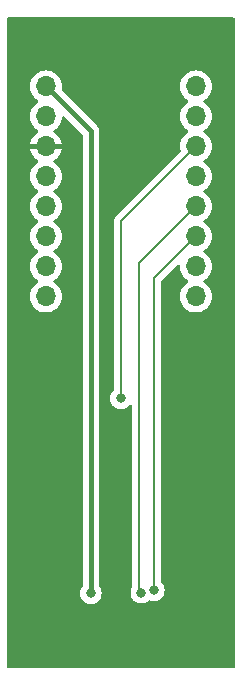
<source format=gbl>
G04 #@! TF.GenerationSoftware,KiCad,Pcbnew,7.0.7*
G04 #@! TF.CreationDate,2023-11-09T12:01:33-05:00*
G04 #@! TF.ProjectId,programmer,70726f67-7261-46d6-9d65-722e6b696361,rev?*
G04 #@! TF.SameCoordinates,Original*
G04 #@! TF.FileFunction,Copper,L2,Bot*
G04 #@! TF.FilePolarity,Positive*
%FSLAX46Y46*%
G04 Gerber Fmt 4.6, Leading zero omitted, Abs format (unit mm)*
G04 Created by KiCad (PCBNEW 7.0.7) date 2023-11-09 12:01:33*
%MOMM*%
%LPD*%
G01*
G04 APERTURE LIST*
G04 #@! TA.AperFunction,ComponentPad*
%ADD10O,1.700000X1.700000*%
G04 #@! TD*
G04 #@! TA.AperFunction,ViaPad*
%ADD11C,0.800000*%
G04 #@! TD*
G04 #@! TA.AperFunction,Conductor*
%ADD12C,0.400000*%
G04 #@! TD*
G04 #@! TA.AperFunction,Conductor*
%ADD13C,0.200000*%
G04 #@! TD*
G04 APERTURE END LIST*
D10*
X120142000Y-44704000D03*
X120142000Y-47244000D03*
X120142000Y-49784000D03*
X120142000Y-52324000D03*
X120142000Y-54864000D03*
X120142000Y-57404000D03*
X120142000Y-59944000D03*
X120142000Y-62484000D03*
X132842000Y-62484000D03*
X132842000Y-59944000D03*
X132842000Y-57404000D03*
X132842000Y-54864000D03*
X132842000Y-52324000D03*
X132842000Y-49784000D03*
X132842000Y-47244000D03*
X132842000Y-44704000D03*
D11*
X123952000Y-87630000D03*
X124968000Y-90678000D03*
X118618000Y-86614000D03*
X134366000Y-86614000D03*
X128212049Y-87572049D03*
X129286000Y-87376000D03*
X126492000Y-71120000D03*
D12*
X123952000Y-48514000D02*
X123952000Y-87630000D01*
X120142000Y-44704000D02*
X123952000Y-48514000D01*
D13*
X128016000Y-87376000D02*
X128212049Y-87572049D01*
X132842000Y-54864000D02*
X128016000Y-59690000D01*
X128016000Y-59690000D02*
X128016000Y-87376000D01*
X129286000Y-87376000D02*
X129286000Y-60960000D01*
X129286000Y-60960000D02*
X132842000Y-57404000D01*
X126492000Y-71120000D02*
X126492000Y-56134000D01*
X126492000Y-56134000D02*
X132842000Y-49784000D01*
G04 #@! TA.AperFunction,Conductor*
G36*
X136086539Y-38882185D02*
G01*
X136132294Y-38934989D01*
X136143500Y-38986500D01*
X136143500Y-93855500D01*
X136123815Y-93922539D01*
X136071011Y-93968294D01*
X136019500Y-93979500D01*
X116964500Y-93979500D01*
X116897461Y-93959815D01*
X116851706Y-93907011D01*
X116840500Y-93855500D01*
X116840500Y-62484000D01*
X118786341Y-62484000D01*
X118806936Y-62719403D01*
X118806938Y-62719413D01*
X118868094Y-62947655D01*
X118868096Y-62947659D01*
X118868097Y-62947663D01*
X118967965Y-63161829D01*
X118967965Y-63161830D01*
X118967967Y-63161834D01*
X119076281Y-63316521D01*
X119103505Y-63355401D01*
X119270599Y-63522495D01*
X119367384Y-63590264D01*
X119464165Y-63658032D01*
X119464167Y-63658033D01*
X119464170Y-63658035D01*
X119678337Y-63757903D01*
X119906592Y-63819063D01*
X120094918Y-63835539D01*
X120141999Y-63839659D01*
X120142000Y-63839659D01*
X120142001Y-63839659D01*
X120181234Y-63836226D01*
X120377408Y-63819063D01*
X120605663Y-63757903D01*
X120819830Y-63658035D01*
X121013401Y-63522495D01*
X121180495Y-63355401D01*
X121316035Y-63161830D01*
X121415903Y-62947663D01*
X121477063Y-62719408D01*
X121497659Y-62484000D01*
X121477063Y-62248592D01*
X121415903Y-62020337D01*
X121316035Y-61806171D01*
X121180495Y-61612599D01*
X121180494Y-61612597D01*
X121013402Y-61445506D01*
X121013396Y-61445501D01*
X120827842Y-61315575D01*
X120784217Y-61260998D01*
X120777023Y-61191500D01*
X120808546Y-61129145D01*
X120827842Y-61112425D01*
X120850026Y-61096891D01*
X121013401Y-60982495D01*
X121180495Y-60815401D01*
X121316035Y-60621830D01*
X121415903Y-60407663D01*
X121477063Y-60179408D01*
X121497659Y-59944000D01*
X121477063Y-59708592D01*
X121415903Y-59480337D01*
X121316035Y-59266171D01*
X121293977Y-59234668D01*
X121180494Y-59072597D01*
X121013402Y-58905506D01*
X121013396Y-58905501D01*
X120827842Y-58775575D01*
X120784217Y-58720998D01*
X120777023Y-58651500D01*
X120808546Y-58589145D01*
X120827842Y-58572425D01*
X120850026Y-58556891D01*
X121013401Y-58442495D01*
X121180495Y-58275401D01*
X121316035Y-58081830D01*
X121415903Y-57867663D01*
X121477063Y-57639408D01*
X121497659Y-57404000D01*
X121477063Y-57168592D01*
X121415903Y-56940337D01*
X121316035Y-56726171D01*
X121180495Y-56532599D01*
X121180494Y-56532597D01*
X121013402Y-56365506D01*
X121013396Y-56365501D01*
X120827842Y-56235575D01*
X120784217Y-56180998D01*
X120777023Y-56111500D01*
X120808546Y-56049145D01*
X120827842Y-56032425D01*
X120850026Y-56016891D01*
X121013401Y-55902495D01*
X121180495Y-55735401D01*
X121316035Y-55541830D01*
X121415903Y-55327663D01*
X121477063Y-55099408D01*
X121497659Y-54864000D01*
X121477063Y-54628592D01*
X121415903Y-54400337D01*
X121316035Y-54186171D01*
X121180495Y-53992599D01*
X121180494Y-53992597D01*
X121013402Y-53825506D01*
X121013396Y-53825501D01*
X120827842Y-53695575D01*
X120784217Y-53640998D01*
X120777023Y-53571500D01*
X120808546Y-53509145D01*
X120827842Y-53492425D01*
X120850026Y-53476891D01*
X121013401Y-53362495D01*
X121180495Y-53195401D01*
X121316035Y-53001830D01*
X121415903Y-52787663D01*
X121477063Y-52559408D01*
X121497659Y-52324000D01*
X121477063Y-52088592D01*
X121415903Y-51860337D01*
X121316035Y-51646171D01*
X121180495Y-51452599D01*
X121180494Y-51452597D01*
X121013402Y-51285506D01*
X121013401Y-51285505D01*
X120827405Y-51155269D01*
X120783781Y-51100692D01*
X120776588Y-51031193D01*
X120808110Y-50968839D01*
X120827405Y-50952119D01*
X121013082Y-50822105D01*
X121180105Y-50655082D01*
X121315600Y-50461578D01*
X121415429Y-50247492D01*
X121415432Y-50247486D01*
X121472636Y-50034000D01*
X120755347Y-50034000D01*
X120688308Y-50014315D01*
X120642553Y-49961511D01*
X120632609Y-49892353D01*
X120636369Y-49875067D01*
X120642000Y-49855888D01*
X120642000Y-49712111D01*
X120636369Y-49692933D01*
X120636370Y-49623064D01*
X120674145Y-49564286D01*
X120737701Y-49535262D01*
X120755347Y-49534000D01*
X121472636Y-49534000D01*
X121472635Y-49533999D01*
X121415432Y-49320513D01*
X121415429Y-49320507D01*
X121315600Y-49106422D01*
X121315599Y-49106420D01*
X121180113Y-48912926D01*
X121180108Y-48912920D01*
X121013078Y-48745890D01*
X120827405Y-48615879D01*
X120783780Y-48561302D01*
X120776588Y-48491804D01*
X120808110Y-48429449D01*
X120827406Y-48412730D01*
X120836055Y-48406674D01*
X121013401Y-48282495D01*
X121180495Y-48115401D01*
X121316035Y-47921830D01*
X121415903Y-47707663D01*
X121477063Y-47479408D01*
X121490064Y-47330802D01*
X121515516Y-47265735D01*
X121572107Y-47224756D01*
X121641869Y-47220878D01*
X121701273Y-47253930D01*
X123215181Y-48767838D01*
X123248666Y-48829161D01*
X123251500Y-48855519D01*
X123251500Y-87014608D01*
X123231815Y-87081647D01*
X123219656Y-87097574D01*
X123219468Y-87097782D01*
X123219464Y-87097787D01*
X123124821Y-87261715D01*
X123124818Y-87261722D01*
X123066327Y-87441740D01*
X123066326Y-87441744D01*
X123046540Y-87630000D01*
X123066326Y-87818256D01*
X123066327Y-87818259D01*
X123124818Y-87998277D01*
X123124821Y-87998284D01*
X123219467Y-88162216D01*
X123322369Y-88276500D01*
X123346129Y-88302888D01*
X123499265Y-88414148D01*
X123499270Y-88414151D01*
X123672192Y-88491142D01*
X123672197Y-88491144D01*
X123857354Y-88530500D01*
X123857355Y-88530500D01*
X124046644Y-88530500D01*
X124046646Y-88530500D01*
X124231803Y-88491144D01*
X124404730Y-88414151D01*
X124557871Y-88302888D01*
X124684533Y-88162216D01*
X124779179Y-87998284D01*
X124837674Y-87818256D01*
X124857460Y-87630000D01*
X124837674Y-87441744D01*
X124779179Y-87261716D01*
X124684533Y-87097784D01*
X124684342Y-87097572D01*
X124684271Y-87097423D01*
X124680715Y-87092529D01*
X124681610Y-87091878D01*
X124654118Y-87034579D01*
X124652499Y-87014607D01*
X124652499Y-71120000D01*
X125586540Y-71120000D01*
X125606326Y-71308256D01*
X125606327Y-71308259D01*
X125664818Y-71488277D01*
X125664821Y-71488284D01*
X125759467Y-71652216D01*
X125845576Y-71747849D01*
X125886129Y-71792888D01*
X126039265Y-71904148D01*
X126039270Y-71904151D01*
X126212192Y-71981142D01*
X126212197Y-71981144D01*
X126397354Y-72020500D01*
X126397355Y-72020500D01*
X126586644Y-72020500D01*
X126586646Y-72020500D01*
X126771803Y-71981144D01*
X126944730Y-71904151D01*
X127097871Y-71792888D01*
X127199350Y-71680183D01*
X127258837Y-71643535D01*
X127328694Y-71644866D01*
X127386742Y-71683752D01*
X127414552Y-71747849D01*
X127415500Y-71763156D01*
X127415500Y-87117486D01*
X127398888Y-87179484D01*
X127384871Y-87203762D01*
X127384867Y-87203771D01*
X127328907Y-87375999D01*
X127326375Y-87383793D01*
X127306589Y-87572049D01*
X127326375Y-87760305D01*
X127326376Y-87760308D01*
X127384867Y-87940326D01*
X127384870Y-87940333D01*
X127479516Y-88104265D01*
X127547290Y-88179535D01*
X127606178Y-88244937D01*
X127759314Y-88356197D01*
X127759319Y-88356200D01*
X127932241Y-88433191D01*
X127932246Y-88433193D01*
X128117403Y-88472549D01*
X128117404Y-88472549D01*
X128306693Y-88472549D01*
X128306695Y-88472549D01*
X128491852Y-88433193D01*
X128664779Y-88356200D01*
X128817920Y-88244937D01*
X128817923Y-88244932D01*
X128822750Y-88240588D01*
X128823948Y-88241918D01*
X128875984Y-88209845D01*
X128945841Y-88211159D01*
X128959101Y-88216175D01*
X129006197Y-88237144D01*
X129191354Y-88276500D01*
X129191355Y-88276500D01*
X129380644Y-88276500D01*
X129380646Y-88276500D01*
X129565803Y-88237144D01*
X129738730Y-88160151D01*
X129891871Y-88048888D01*
X130018533Y-87908216D01*
X130113179Y-87744284D01*
X130171674Y-87564256D01*
X130191460Y-87376000D01*
X130171674Y-87187744D01*
X130113179Y-87007716D01*
X130018533Y-86843784D01*
X129963628Y-86782806D01*
X129918350Y-86732519D01*
X129888120Y-86669527D01*
X129886500Y-86649547D01*
X129886500Y-61260096D01*
X129906185Y-61193057D01*
X129922814Y-61172420D01*
X131277568Y-59817665D01*
X131338891Y-59784181D01*
X131408583Y-59789165D01*
X131464516Y-59831037D01*
X131488933Y-59896501D01*
X131488777Y-59916154D01*
X131486341Y-59943997D01*
X131486341Y-59944000D01*
X131506936Y-60179403D01*
X131506938Y-60179413D01*
X131568094Y-60407655D01*
X131568096Y-60407659D01*
X131568097Y-60407663D01*
X131625945Y-60531718D01*
X131667965Y-60621830D01*
X131667967Y-60621834D01*
X131776281Y-60776521D01*
X131794988Y-60803238D01*
X131803501Y-60815395D01*
X131803506Y-60815402D01*
X131970597Y-60982493D01*
X131970603Y-60982498D01*
X132156158Y-61112425D01*
X132199783Y-61167002D01*
X132206977Y-61236500D01*
X132175454Y-61298855D01*
X132156158Y-61315575D01*
X131970597Y-61445505D01*
X131803505Y-61612597D01*
X131667965Y-61806169D01*
X131667964Y-61806171D01*
X131568098Y-62020335D01*
X131568094Y-62020344D01*
X131506938Y-62248586D01*
X131506936Y-62248596D01*
X131486341Y-62483999D01*
X131486341Y-62484000D01*
X131506936Y-62719403D01*
X131506938Y-62719413D01*
X131568094Y-62947655D01*
X131568096Y-62947659D01*
X131568097Y-62947663D01*
X131667965Y-63161830D01*
X131667967Y-63161834D01*
X131776281Y-63316521D01*
X131803505Y-63355401D01*
X131970599Y-63522495D01*
X132067384Y-63590264D01*
X132164165Y-63658032D01*
X132164167Y-63658033D01*
X132164170Y-63658035D01*
X132378337Y-63757903D01*
X132606592Y-63819063D01*
X132794918Y-63835539D01*
X132841999Y-63839659D01*
X132842000Y-63839659D01*
X132842001Y-63839659D01*
X132881234Y-63836226D01*
X133077408Y-63819063D01*
X133305663Y-63757903D01*
X133519830Y-63658035D01*
X133713401Y-63522495D01*
X133880495Y-63355401D01*
X134016035Y-63161830D01*
X134115903Y-62947663D01*
X134177063Y-62719408D01*
X134197659Y-62484000D01*
X134177063Y-62248592D01*
X134115903Y-62020337D01*
X134016035Y-61806171D01*
X133880495Y-61612599D01*
X133880494Y-61612597D01*
X133713402Y-61445506D01*
X133713396Y-61445501D01*
X133527842Y-61315575D01*
X133484217Y-61260998D01*
X133477023Y-61191500D01*
X133508546Y-61129145D01*
X133527842Y-61112425D01*
X133550026Y-61096891D01*
X133713401Y-60982495D01*
X133880495Y-60815401D01*
X134016035Y-60621830D01*
X134115903Y-60407663D01*
X134177063Y-60179408D01*
X134197659Y-59944000D01*
X134177063Y-59708592D01*
X134115903Y-59480337D01*
X134016035Y-59266171D01*
X133993977Y-59234668D01*
X133880494Y-59072597D01*
X133713402Y-58905506D01*
X133713396Y-58905501D01*
X133527842Y-58775575D01*
X133484217Y-58720998D01*
X133477023Y-58651500D01*
X133508546Y-58589145D01*
X133527842Y-58572425D01*
X133550026Y-58556891D01*
X133713401Y-58442495D01*
X133880495Y-58275401D01*
X134016035Y-58081830D01*
X134115903Y-57867663D01*
X134177063Y-57639408D01*
X134197659Y-57404000D01*
X134177063Y-57168592D01*
X134115903Y-56940337D01*
X134016035Y-56726171D01*
X133880495Y-56532599D01*
X133880494Y-56532597D01*
X133713402Y-56365506D01*
X133713396Y-56365501D01*
X133527842Y-56235575D01*
X133484217Y-56180998D01*
X133477023Y-56111500D01*
X133508546Y-56049145D01*
X133527842Y-56032425D01*
X133550026Y-56016891D01*
X133713401Y-55902495D01*
X133880495Y-55735401D01*
X134016035Y-55541830D01*
X134115903Y-55327663D01*
X134177063Y-55099408D01*
X134197659Y-54864000D01*
X134177063Y-54628592D01*
X134115903Y-54400337D01*
X134016035Y-54186171D01*
X133880495Y-53992599D01*
X133880494Y-53992597D01*
X133713402Y-53825506D01*
X133713396Y-53825501D01*
X133527842Y-53695575D01*
X133484217Y-53640998D01*
X133477023Y-53571500D01*
X133508546Y-53509145D01*
X133527842Y-53492425D01*
X133550026Y-53476891D01*
X133713401Y-53362495D01*
X133880495Y-53195401D01*
X134016035Y-53001830D01*
X134115903Y-52787663D01*
X134177063Y-52559408D01*
X134197659Y-52324000D01*
X134177063Y-52088592D01*
X134115903Y-51860337D01*
X134016035Y-51646171D01*
X133880495Y-51452599D01*
X133880494Y-51452597D01*
X133713402Y-51285506D01*
X133713396Y-51285501D01*
X133527842Y-51155575D01*
X133484217Y-51100998D01*
X133477023Y-51031500D01*
X133508546Y-50969145D01*
X133527842Y-50952425D01*
X133550026Y-50936891D01*
X133713401Y-50822495D01*
X133880495Y-50655401D01*
X134016035Y-50461830D01*
X134115903Y-50247663D01*
X134177063Y-50019408D01*
X134197659Y-49784000D01*
X134177063Y-49548592D01*
X134115903Y-49320337D01*
X134016035Y-49106171D01*
X133880495Y-48912599D01*
X133880494Y-48912597D01*
X133713402Y-48745506D01*
X133713396Y-48745501D01*
X133527842Y-48615575D01*
X133484217Y-48560998D01*
X133477023Y-48491500D01*
X133508546Y-48429145D01*
X133527842Y-48412425D01*
X133652522Y-48325123D01*
X133713401Y-48282495D01*
X133880495Y-48115401D01*
X134016035Y-47921830D01*
X134115903Y-47707663D01*
X134177063Y-47479408D01*
X134197659Y-47244000D01*
X134177063Y-47008592D01*
X134115903Y-46780337D01*
X134016035Y-46566171D01*
X133880495Y-46372599D01*
X133880494Y-46372597D01*
X133713402Y-46205506D01*
X133713396Y-46205501D01*
X133527842Y-46075575D01*
X133484217Y-46020998D01*
X133477023Y-45951500D01*
X133508546Y-45889145D01*
X133527842Y-45872425D01*
X133550026Y-45856891D01*
X133713401Y-45742495D01*
X133880495Y-45575401D01*
X134016035Y-45381830D01*
X134115903Y-45167663D01*
X134177063Y-44939408D01*
X134197659Y-44704000D01*
X134177063Y-44468592D01*
X134115903Y-44240337D01*
X134016035Y-44026171D01*
X133880495Y-43832599D01*
X133880494Y-43832597D01*
X133713402Y-43665506D01*
X133713395Y-43665501D01*
X133519834Y-43529967D01*
X133519830Y-43529965D01*
X133519830Y-43529964D01*
X133305663Y-43430097D01*
X133305659Y-43430096D01*
X133305655Y-43430094D01*
X133077413Y-43368938D01*
X133077403Y-43368936D01*
X132842001Y-43348341D01*
X132841999Y-43348341D01*
X132606596Y-43368936D01*
X132606586Y-43368938D01*
X132378344Y-43430094D01*
X132378335Y-43430098D01*
X132164171Y-43529964D01*
X132164169Y-43529965D01*
X131970597Y-43665505D01*
X131803505Y-43832597D01*
X131667965Y-44026169D01*
X131667964Y-44026171D01*
X131568098Y-44240335D01*
X131568094Y-44240344D01*
X131506938Y-44468586D01*
X131506936Y-44468596D01*
X131486341Y-44703999D01*
X131486341Y-44704000D01*
X131506936Y-44939403D01*
X131506938Y-44939413D01*
X131568094Y-45167655D01*
X131568096Y-45167659D01*
X131568097Y-45167663D01*
X131667964Y-45381829D01*
X131667965Y-45381830D01*
X131667967Y-45381834D01*
X131803501Y-45575395D01*
X131803506Y-45575402D01*
X131970597Y-45742493D01*
X131970603Y-45742498D01*
X132156158Y-45872425D01*
X132199783Y-45927002D01*
X132206977Y-45996500D01*
X132175454Y-46058855D01*
X132156158Y-46075575D01*
X131970597Y-46205505D01*
X131803505Y-46372597D01*
X131667965Y-46566169D01*
X131667964Y-46566171D01*
X131568098Y-46780335D01*
X131568094Y-46780344D01*
X131506938Y-47008586D01*
X131506936Y-47008596D01*
X131486341Y-47243999D01*
X131486341Y-47244000D01*
X131506936Y-47479403D01*
X131506938Y-47479413D01*
X131568094Y-47707655D01*
X131568096Y-47707659D01*
X131568097Y-47707663D01*
X131667964Y-47921829D01*
X131667965Y-47921830D01*
X131667967Y-47921834D01*
X131803501Y-48115395D01*
X131803506Y-48115402D01*
X131970597Y-48282493D01*
X131970603Y-48282498D01*
X132156158Y-48412425D01*
X132199783Y-48467002D01*
X132206977Y-48536500D01*
X132175454Y-48598855D01*
X132156158Y-48615575D01*
X131970597Y-48745505D01*
X131803505Y-48912597D01*
X131667965Y-49106169D01*
X131667964Y-49106171D01*
X131568098Y-49320335D01*
X131568094Y-49320344D01*
X131506938Y-49548586D01*
X131506936Y-49548596D01*
X131486341Y-49783999D01*
X131486341Y-49784000D01*
X131506936Y-50019403D01*
X131506938Y-50019413D01*
X131541327Y-50147756D01*
X131539664Y-50217606D01*
X131509233Y-50267530D01*
X126098096Y-55678668D01*
X126091994Y-55684019D01*
X126063716Y-55705718D01*
X126000459Y-55788159D01*
X125967463Y-55831160D01*
X125967462Y-55831162D01*
X125906956Y-55977237D01*
X125906955Y-55977239D01*
X125886318Y-56133998D01*
X125890968Y-56169332D01*
X125891499Y-56177431D01*
X125891499Y-70393547D01*
X125871814Y-70460586D01*
X125859650Y-70476519D01*
X125759464Y-70587787D01*
X125664821Y-70751715D01*
X125664818Y-70751722D01*
X125606327Y-70931740D01*
X125606326Y-70931744D01*
X125586540Y-71120000D01*
X124652499Y-71120000D01*
X124652499Y-70393547D01*
X124652499Y-48537012D01*
X124652611Y-48533332D01*
X124656358Y-48471394D01*
X124645175Y-48410371D01*
X124644613Y-48406674D01*
X124642618Y-48390251D01*
X124637140Y-48345128D01*
X124633548Y-48335656D01*
X124627521Y-48314034D01*
X124625695Y-48304071D01*
X124625695Y-48304069D01*
X124600224Y-48247476D01*
X124598817Y-48244079D01*
X124576818Y-48186070D01*
X124576816Y-48186068D01*
X124576816Y-48186066D01*
X124571062Y-48177731D01*
X124560034Y-48158177D01*
X124555880Y-48148947D01*
X124555878Y-48148944D01*
X124517621Y-48100112D01*
X124515427Y-48097130D01*
X124480183Y-48046071D01*
X124433750Y-48004935D01*
X124431056Y-48002399D01*
X121504651Y-45075993D01*
X121471166Y-45014671D01*
X121472558Y-44956217D01*
X121477063Y-44939408D01*
X121497659Y-44704000D01*
X121477063Y-44468592D01*
X121415903Y-44240337D01*
X121316035Y-44026171D01*
X121180495Y-43832599D01*
X121180494Y-43832597D01*
X121013402Y-43665506D01*
X121013395Y-43665501D01*
X120819834Y-43529967D01*
X120819830Y-43529965D01*
X120819829Y-43529964D01*
X120605663Y-43430097D01*
X120605659Y-43430096D01*
X120605655Y-43430094D01*
X120377413Y-43368938D01*
X120377403Y-43368936D01*
X120142001Y-43348341D01*
X120141999Y-43348341D01*
X119906596Y-43368936D01*
X119906586Y-43368938D01*
X119678344Y-43430094D01*
X119678335Y-43430098D01*
X119464171Y-43529964D01*
X119464169Y-43529965D01*
X119270597Y-43665505D01*
X119103505Y-43832597D01*
X118967965Y-44026169D01*
X118967964Y-44026171D01*
X118868098Y-44240335D01*
X118868094Y-44240344D01*
X118806938Y-44468586D01*
X118806936Y-44468596D01*
X118786341Y-44703999D01*
X118786341Y-44704000D01*
X118806936Y-44939403D01*
X118806938Y-44939413D01*
X118868094Y-45167655D01*
X118868096Y-45167659D01*
X118868097Y-45167663D01*
X118967964Y-45381830D01*
X118967965Y-45381830D01*
X118967967Y-45381834D01*
X119103501Y-45575395D01*
X119103506Y-45575402D01*
X119270597Y-45742493D01*
X119270603Y-45742498D01*
X119456158Y-45872425D01*
X119499783Y-45927002D01*
X119506977Y-45996500D01*
X119475454Y-46058855D01*
X119456158Y-46075575D01*
X119270597Y-46205505D01*
X119103505Y-46372597D01*
X118967965Y-46566169D01*
X118967964Y-46566171D01*
X118868098Y-46780335D01*
X118868094Y-46780344D01*
X118806938Y-47008586D01*
X118806936Y-47008596D01*
X118786341Y-47243999D01*
X118786341Y-47244000D01*
X118806936Y-47479403D01*
X118806938Y-47479413D01*
X118868094Y-47707655D01*
X118868096Y-47707659D01*
X118868097Y-47707663D01*
X118967965Y-47921830D01*
X118967967Y-47921834D01*
X119103501Y-48115395D01*
X119103506Y-48115402D01*
X119270597Y-48282493D01*
X119270603Y-48282498D01*
X119456594Y-48412730D01*
X119500219Y-48467307D01*
X119507413Y-48536805D01*
X119475890Y-48599160D01*
X119456595Y-48615880D01*
X119270922Y-48745890D01*
X119270920Y-48745891D01*
X119103891Y-48912920D01*
X119103886Y-48912926D01*
X118968400Y-49106420D01*
X118968399Y-49106422D01*
X118868570Y-49320507D01*
X118868567Y-49320513D01*
X118811364Y-49533999D01*
X118811364Y-49534000D01*
X119528653Y-49534000D01*
X119595692Y-49553685D01*
X119641447Y-49606489D01*
X119651391Y-49675647D01*
X119647631Y-49692933D01*
X119642000Y-49712111D01*
X119642000Y-49855888D01*
X119647631Y-49875067D01*
X119647630Y-49944936D01*
X119609855Y-50003714D01*
X119546299Y-50032738D01*
X119528653Y-50034000D01*
X118811364Y-50034000D01*
X118868567Y-50247486D01*
X118868570Y-50247492D01*
X118968399Y-50461578D01*
X119103894Y-50655082D01*
X119270917Y-50822105D01*
X119456595Y-50952119D01*
X119500219Y-51006696D01*
X119507412Y-51076195D01*
X119475890Y-51138549D01*
X119456595Y-51155269D01*
X119270594Y-51285508D01*
X119103505Y-51452597D01*
X118967965Y-51646169D01*
X118967964Y-51646171D01*
X118868098Y-51860335D01*
X118868094Y-51860344D01*
X118806938Y-52088586D01*
X118806936Y-52088596D01*
X118786341Y-52323999D01*
X118786341Y-52324000D01*
X118806936Y-52559403D01*
X118806938Y-52559413D01*
X118868094Y-52787655D01*
X118868096Y-52787659D01*
X118868097Y-52787663D01*
X118967965Y-53001829D01*
X118967965Y-53001830D01*
X118967967Y-53001834D01*
X119103501Y-53195395D01*
X119103506Y-53195402D01*
X119270597Y-53362493D01*
X119270603Y-53362498D01*
X119456158Y-53492425D01*
X119499783Y-53547002D01*
X119506977Y-53616500D01*
X119475454Y-53678855D01*
X119456158Y-53695575D01*
X119270597Y-53825505D01*
X119103505Y-53992597D01*
X118967965Y-54186169D01*
X118967964Y-54186171D01*
X118868098Y-54400335D01*
X118868094Y-54400344D01*
X118806938Y-54628586D01*
X118806936Y-54628596D01*
X118786341Y-54863999D01*
X118786341Y-54864000D01*
X118806936Y-55099403D01*
X118806938Y-55099413D01*
X118868094Y-55327655D01*
X118868096Y-55327659D01*
X118868097Y-55327663D01*
X118967964Y-55541830D01*
X118967965Y-55541830D01*
X118967967Y-55541834D01*
X119103501Y-55735395D01*
X119103506Y-55735402D01*
X119270597Y-55902493D01*
X119270603Y-55902498D01*
X119456158Y-56032425D01*
X119499783Y-56087002D01*
X119506977Y-56156500D01*
X119475454Y-56218855D01*
X119456158Y-56235575D01*
X119270597Y-56365505D01*
X119103505Y-56532597D01*
X118967965Y-56726169D01*
X118967964Y-56726171D01*
X118868098Y-56940335D01*
X118868094Y-56940344D01*
X118806938Y-57168586D01*
X118806936Y-57168596D01*
X118786341Y-57403999D01*
X118786341Y-57404000D01*
X118806936Y-57639403D01*
X118806938Y-57639413D01*
X118868094Y-57867655D01*
X118868096Y-57867659D01*
X118868097Y-57867663D01*
X118967965Y-58081829D01*
X118967965Y-58081830D01*
X118967967Y-58081834D01*
X119103501Y-58275395D01*
X119103506Y-58275402D01*
X119270597Y-58442493D01*
X119270603Y-58442498D01*
X119456158Y-58572425D01*
X119499783Y-58627002D01*
X119506977Y-58696500D01*
X119475454Y-58758855D01*
X119456158Y-58775575D01*
X119270597Y-58905505D01*
X119103505Y-59072597D01*
X118967965Y-59266169D01*
X118967964Y-59266171D01*
X118868098Y-59480335D01*
X118868094Y-59480344D01*
X118806938Y-59708586D01*
X118806936Y-59708596D01*
X118786341Y-59943999D01*
X118786341Y-59944000D01*
X118806936Y-60179403D01*
X118806938Y-60179413D01*
X118868094Y-60407655D01*
X118868096Y-60407659D01*
X118868097Y-60407663D01*
X118925945Y-60531718D01*
X118967965Y-60621830D01*
X118967967Y-60621834D01*
X119076281Y-60776521D01*
X119094988Y-60803238D01*
X119103501Y-60815395D01*
X119103506Y-60815402D01*
X119270597Y-60982493D01*
X119270603Y-60982498D01*
X119456158Y-61112425D01*
X119499783Y-61167002D01*
X119506977Y-61236500D01*
X119475454Y-61298855D01*
X119456158Y-61315575D01*
X119270597Y-61445505D01*
X119103505Y-61612597D01*
X118967965Y-61806169D01*
X118967964Y-61806171D01*
X118868098Y-62020335D01*
X118868094Y-62020344D01*
X118806938Y-62248586D01*
X118806936Y-62248596D01*
X118786341Y-62483999D01*
X118786341Y-62484000D01*
X116840500Y-62484000D01*
X116840500Y-38986500D01*
X116860185Y-38919461D01*
X116912989Y-38873706D01*
X116964500Y-38862500D01*
X136019500Y-38862500D01*
X136086539Y-38882185D01*
G37*
G04 #@! TD.AperFunction*
M02*

</source>
